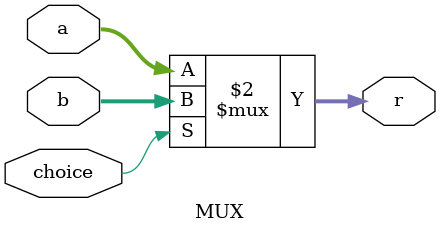
<source format=v>
`timescale 1ns / 1ps


module MUX(
    input [31:0] a,
    input [31:0] b,
    input choice,
    output wire[31:0] r
    );
    assign r = (choice == 0)? a: b;
endmodule

</source>
